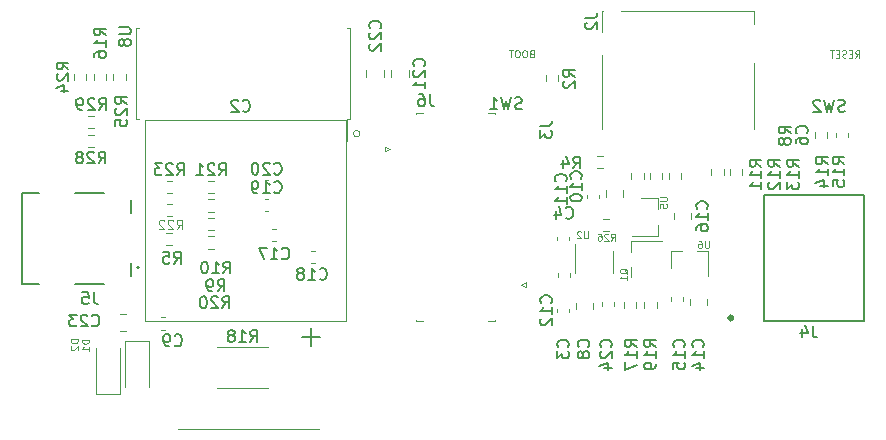
<source format=gbr>
G04 #@! TF.GenerationSoftware,KiCad,Pcbnew,(5.1.8)-1*
G04 #@! TF.CreationDate,2021-06-27T17:42:15+01:00*
G04 #@! TF.ProjectId,schem_1,73636865-6d5f-4312-9e6b-696361645f70,rev?*
G04 #@! TF.SameCoordinates,Original*
G04 #@! TF.FileFunction,Legend,Bot*
G04 #@! TF.FilePolarity,Positive*
%FSLAX46Y46*%
G04 Gerber Fmt 4.6, Leading zero omitted, Abs format (unit mm)*
G04 Created by KiCad (PCBNEW (5.1.8)-1) date 2021-06-27 17:42:15*
%MOMM*%
%LPD*%
G01*
G04 APERTURE LIST*
%ADD10C,0.120000*%
%ADD11C,0.100000*%
%ADD12C,0.200000*%
%ADD13C,0.254000*%
%ADD14C,0.127000*%
%ADD15C,0.160000*%
%ADD16C,0.150000*%
G04 APERTURE END LIST*
D10*
X84853861Y-7760200D02*
G75*
G03*
X84853861Y-7760200I-283981J0D01*
G01*
D11*
X99353165Y-979402D02*
X99267451Y-1007974D01*
X99238880Y-1036545D01*
X99210308Y-1093688D01*
X99210308Y-1179402D01*
X99238880Y-1236545D01*
X99267451Y-1265117D01*
X99324594Y-1293688D01*
X99553165Y-1293688D01*
X99553165Y-693688D01*
X99353165Y-693688D01*
X99296022Y-722260D01*
X99267451Y-750831D01*
X99238880Y-807974D01*
X99238880Y-865117D01*
X99267451Y-922260D01*
X99296022Y-950831D01*
X99353165Y-979402D01*
X99553165Y-979402D01*
X98838880Y-693688D02*
X98724594Y-693688D01*
X98667451Y-722260D01*
X98610308Y-779402D01*
X98581737Y-893688D01*
X98581737Y-1093688D01*
X98610308Y-1207974D01*
X98667451Y-1265117D01*
X98724594Y-1293688D01*
X98838880Y-1293688D01*
X98896022Y-1265117D01*
X98953165Y-1207974D01*
X98981737Y-1093688D01*
X98981737Y-893688D01*
X98953165Y-779402D01*
X98896022Y-722260D01*
X98838880Y-693688D01*
X98210308Y-693688D02*
X98096022Y-693688D01*
X98038880Y-722260D01*
X97981737Y-779402D01*
X97953165Y-893688D01*
X97953165Y-1093688D01*
X97981737Y-1207974D01*
X98038880Y-1265117D01*
X98096022Y-1293688D01*
X98210308Y-1293688D01*
X98267451Y-1265117D01*
X98324594Y-1207974D01*
X98353165Y-1093688D01*
X98353165Y-893688D01*
X98324594Y-779402D01*
X98267451Y-722260D01*
X98210308Y-693688D01*
X97781737Y-693688D02*
X97438880Y-693688D01*
X97610308Y-1293688D02*
X97610308Y-693688D01*
X126786428Y-1308928D02*
X126986428Y-1023214D01*
X127129285Y-1308928D02*
X127129285Y-708928D01*
X126900714Y-708928D01*
X126843571Y-737500D01*
X126815000Y-766071D01*
X126786428Y-823214D01*
X126786428Y-908928D01*
X126815000Y-966071D01*
X126843571Y-994642D01*
X126900714Y-1023214D01*
X127129285Y-1023214D01*
X126529285Y-994642D02*
X126329285Y-994642D01*
X126243571Y-1308928D02*
X126529285Y-1308928D01*
X126529285Y-708928D01*
X126243571Y-708928D01*
X126015000Y-1280357D02*
X125929285Y-1308928D01*
X125786428Y-1308928D01*
X125729285Y-1280357D01*
X125700714Y-1251785D01*
X125672142Y-1194642D01*
X125672142Y-1137500D01*
X125700714Y-1080357D01*
X125729285Y-1051785D01*
X125786428Y-1023214D01*
X125900714Y-994642D01*
X125957857Y-966071D01*
X125986428Y-937500D01*
X126015000Y-880357D01*
X126015000Y-823214D01*
X125986428Y-766071D01*
X125957857Y-737500D01*
X125900714Y-708928D01*
X125757857Y-708928D01*
X125672142Y-737500D01*
X125415000Y-994642D02*
X125215000Y-994642D01*
X125129285Y-1308928D02*
X125415000Y-1308928D01*
X125415000Y-708928D01*
X125129285Y-708928D01*
X124957857Y-708928D02*
X124615000Y-708928D01*
X124786428Y-1308928D02*
X124786428Y-708928D01*
D12*
G04 #@! TO.C,J4*
X127522280Y-23639460D02*
X127522280Y-12929460D01*
X119022280Y-12929460D02*
X127522280Y-12929460D01*
X119022280Y-23639460D02*
X127522280Y-23639460D01*
X119022280Y-23639460D02*
X119022280Y-12929460D01*
D13*
X116396889Y-23364460D02*
G75*
G03*
X116396889Y-23364460I-179609J0D01*
G01*
D10*
G04 #@! TO.C,J3*
X96315480Y-23513460D02*
X96315480Y-23623460D01*
X96315480Y-23623460D02*
X95715480Y-23623460D01*
X96315480Y-6083460D02*
X96315480Y-5973460D01*
X96315480Y-5973460D02*
X95715480Y-5973460D01*
X98905480Y-20748460D02*
X98505480Y-20548460D01*
X98505480Y-20548460D02*
X98905480Y-20348460D01*
X98905480Y-20348460D02*
X98905480Y-20748460D01*
G04 #@! TO.C,J2*
X105426700Y2650540D02*
X105316700Y2650540D01*
X118186700Y1490540D02*
X118186700Y2650540D01*
X118186700Y2650540D02*
X106926700Y2650540D01*
X105316700Y2650540D02*
X105316700Y840540D01*
X118186700Y-1759460D02*
X118186700Y-7359460D01*
X105316700Y-1059460D02*
X105316700Y-7359460D01*
G04 #@! TO.C,C2*
X81347800Y-32743200D02*
X69409800Y-32743200D01*
X83633800Y-23581200D02*
X66633800Y-23581200D01*
X83633800Y-6581200D02*
X83633800Y-23581200D01*
X66633800Y-6581200D02*
X66633800Y-23581200D01*
X83633800Y-6581200D02*
X66633800Y-6581200D01*
G04 #@! TO.C,J6*
X89557800Y-6093640D02*
X89557800Y-5983640D01*
X89557800Y-5983640D02*
X90157800Y-5983640D01*
X89557800Y-23523640D02*
X89557800Y-23633640D01*
X89557800Y-23633640D02*
X90157800Y-23633640D01*
X86967800Y-8858640D02*
X87367800Y-9058640D01*
X87367800Y-9058640D02*
X86967800Y-9258640D01*
X86967800Y-9258640D02*
X86967800Y-8858640D01*
G04 #@! TO.C,R29*
X61829502Y-7285180D02*
X62304018Y-7285180D01*
X61829502Y-6240180D02*
X62304018Y-6240180D01*
G04 #@! TO.C,R28*
X61829502Y-8910780D02*
X62304018Y-8910780D01*
X61829502Y-7865780D02*
X62304018Y-7865780D01*
G04 #@! TO.C,R10*
X72018442Y-13300533D02*
X72492958Y-13300533D01*
X72018442Y-14345533D02*
X72492958Y-14345533D01*
G04 #@! TO.C,R9*
X72018442Y-14866866D02*
X72492958Y-14866866D01*
X72018442Y-15911866D02*
X72492958Y-15911866D01*
G04 #@! TO.C,U8*
X83761100Y-6555400D02*
X83761100Y-8370400D01*
X84006100Y-6555400D02*
X83761100Y-6555400D01*
X84006100Y-2695400D02*
X84006100Y-6555400D01*
X84006100Y1164600D02*
X83761100Y1164600D01*
X84006100Y-2695400D02*
X84006100Y1164600D01*
X65886100Y-6555400D02*
X66131100Y-6555400D01*
X65886100Y-2695400D02*
X65886100Y-6555400D01*
X65886100Y1164600D02*
X66131100Y1164600D01*
X65886100Y-2695400D02*
X65886100Y1164600D01*
G04 #@! TO.C,U6*
X111157480Y-17673960D02*
X111157480Y-19133960D01*
X114317480Y-17673960D02*
X114317480Y-19833960D01*
X114317480Y-17673960D02*
X113387480Y-17673960D01*
X111157480Y-17673960D02*
X112087480Y-17673960D01*
G04 #@! TO.C,U5*
X110068480Y-13234460D02*
X108608480Y-13234460D01*
X110068480Y-16394460D02*
X107908480Y-16394460D01*
X110068480Y-16394460D02*
X110068480Y-15464460D01*
X110068480Y-13234460D02*
X110068480Y-14164460D01*
G04 #@! TO.C,U2*
X103062980Y-19524460D02*
X103062980Y-17074460D01*
X106282980Y-17724460D02*
X106282980Y-19524460D01*
G04 #@! TO.C,R26*
X105441062Y-16032920D02*
X105915578Y-16032920D01*
X105441062Y-14987920D02*
X105915578Y-14987920D01*
G04 #@! TO.C,R25*
X63962840Y-2715922D02*
X63962840Y-3190438D01*
X65007840Y-2715922D02*
X65007840Y-3190438D01*
G04 #@! TO.C,R24*
X60612580Y-2715922D02*
X60612580Y-3190438D01*
X61657580Y-2715922D02*
X61657580Y-3190438D01*
G04 #@! TO.C,R23*
X68961858Y-11721500D02*
X68487342Y-11721500D01*
X68961858Y-12766500D02*
X68487342Y-12766500D01*
G04 #@! TO.C,R22*
X68472602Y-14740080D02*
X68947118Y-14740080D01*
X68472602Y-13695080D02*
X68947118Y-13695080D01*
G04 #@! TO.C,R21*
X72492958Y-11734200D02*
X72018442Y-11734200D01*
X72492958Y-12779200D02*
X72018442Y-12779200D01*
G04 #@! TO.C,R20*
X72018442Y-17478200D02*
X72492958Y-17478200D01*
X72018442Y-16433200D02*
X72492958Y-16433200D01*
G04 #@! TO.C,R19*
X108912980Y-22481218D02*
X108912980Y-22006702D01*
X109957980Y-22481218D02*
X109957980Y-22006702D01*
G04 #@! TO.C,R18*
X77095864Y-29257500D02*
X72741736Y-29257500D01*
X77095864Y-25837500D02*
X72741736Y-25837500D01*
G04 #@! TO.C,R17*
X108243480Y-22006702D02*
X108243480Y-22481218D01*
X107198480Y-22006702D02*
X107198480Y-22481218D01*
G04 #@! TO.C,R16*
X62287710Y-2715922D02*
X62287710Y-3190438D01*
X63332710Y-2715922D02*
X63332710Y-3190438D01*
G04 #@! TO.C,R15*
X116149180Y-11229918D02*
X116149180Y-10755402D01*
X117194180Y-11229918D02*
X117194180Y-10755402D01*
G04 #@! TO.C,R14*
X114599780Y-11229918D02*
X114599780Y-10755402D01*
X115644780Y-11229918D02*
X115644780Y-10755402D01*
G04 #@! TO.C,R13*
X112040780Y-11584118D02*
X112040780Y-11109602D01*
X110995780Y-11584118D02*
X110995780Y-11109602D01*
G04 #@! TO.C,R12*
X110453280Y-11584618D02*
X110453280Y-11110102D01*
X109408280Y-11584618D02*
X109408280Y-11110102D01*
G04 #@! TO.C,R11*
X108865780Y-11584618D02*
X108865780Y-11110102D01*
X107820780Y-11584618D02*
X107820780Y-11110102D01*
G04 #@! TO.C,R8*
X123365580Y-8104318D02*
X123365580Y-7629802D01*
X124410580Y-8104318D02*
X124410580Y-7629802D01*
G04 #@! TO.C,R5*
X68911058Y-16166500D02*
X68436542Y-16166500D01*
X68911058Y-17211500D02*
X68436542Y-17211500D01*
G04 #@! TO.C,R4*
X105392338Y-10676060D02*
X104917822Y-10676060D01*
X105392338Y-9631060D02*
X104917822Y-9631060D01*
G04 #@! TO.C,R2*
X100607180Y-2816502D02*
X100607180Y-3291018D01*
X101652180Y-2816502D02*
X101652180Y-3291018D01*
G04 #@! TO.C,Q1*
X107823480Y-16833960D02*
X107823480Y-17783960D01*
X110423480Y-16833960D02*
X107823480Y-16833960D01*
X107823480Y-19083960D02*
X107823480Y-19883960D01*
G04 #@! TO.C,D2*
X64489660Y-29775640D02*
X62489660Y-29775640D01*
X62489660Y-29775640D02*
X62489660Y-25875640D01*
X64489660Y-29775640D02*
X64489660Y-25875640D01*
G04 #@! TO.C,D1*
X64991560Y-25275640D02*
X66991560Y-25275640D01*
X66991560Y-25275640D02*
X66991560Y-29175640D01*
X64991560Y-25275640D02*
X64991560Y-29175640D01*
G04 #@! TO.C,C24*
X106325980Y-22039880D02*
X106325980Y-22321040D01*
X105305980Y-22039880D02*
X105305980Y-22321040D01*
G04 #@! TO.C,C23*
X65043732Y-23010120D02*
X64521228Y-23010120D01*
X65043732Y-24480120D02*
X64521228Y-24480120D01*
G04 #@! TO.C,C22*
X86853520Y-2921872D02*
X86853520Y-2399368D01*
X85383520Y-2921872D02*
X85383520Y-2399368D01*
G04 #@! TO.C,C21*
X88961720Y-2921872D02*
X88961720Y-2399368D01*
X87491720Y-2921872D02*
X87491720Y-2399368D01*
G04 #@! TO.C,C20*
X77081780Y-11683200D02*
X76800620Y-11683200D01*
X77081780Y-12703200D02*
X76800620Y-12703200D01*
G04 #@! TO.C,C19*
X77081780Y-13253766D02*
X76800620Y-13253766D01*
X77081780Y-14273766D02*
X76800620Y-14273766D01*
G04 #@! TO.C,C18*
X80724920Y-18697600D02*
X81006080Y-18697600D01*
X80724920Y-17677600D02*
X81006080Y-17677600D01*
G04 #@! TO.C,C17*
X77714580Y-15840040D02*
X77433420Y-15840040D01*
X77714580Y-16860040D02*
X77433420Y-16860040D01*
G04 #@! TO.C,C16*
X111430980Y-15012212D02*
X111430980Y-14489708D01*
X112900980Y-15012212D02*
X112900980Y-14489708D01*
G04 #@! TO.C,C15*
X112167980Y-21608380D02*
X112167980Y-21889540D01*
X111147980Y-21608380D02*
X111147980Y-21889540D01*
G04 #@! TO.C,C14*
X114234480Y-21728708D02*
X114234480Y-22251212D01*
X112764480Y-21728708D02*
X112764480Y-22251212D01*
G04 #@! TO.C,C12*
X101572180Y-19575780D02*
X101572180Y-19856940D01*
X102592180Y-19575780D02*
X102592180Y-19856940D01*
G04 #@! TO.C,C11*
X104048680Y-13215140D02*
X104048680Y-12933980D01*
X105068680Y-13215140D02*
X105068680Y-12933980D01*
G04 #@! TO.C,C10*
X105677880Y-13084312D02*
X105677880Y-12561808D01*
X107147880Y-13084312D02*
X107147880Y-12561808D01*
G04 #@! TO.C,C9*
X68027460Y-24336400D02*
X68308620Y-24336400D01*
X68027460Y-23316400D02*
X68308620Y-23316400D01*
G04 #@! TO.C,C8*
X104582480Y-22109708D02*
X104582480Y-22632212D01*
X103112480Y-22109708D02*
X103112480Y-22632212D01*
G04 #@! TO.C,C6*
X126201480Y-7739980D02*
X126201480Y-8021140D01*
X125181480Y-7739980D02*
X125181480Y-8021140D01*
G04 #@! TO.C,C4*
X101559480Y-16464280D02*
X101559480Y-16745440D01*
X102579480Y-16464280D02*
X102579480Y-16745440D01*
G04 #@! TO.C,C3*
X102566780Y-22892840D02*
X102566780Y-22611680D01*
X101546780Y-22892840D02*
X101546780Y-22611680D01*
D14*
G04 #@! TO.C,J5*
X60687200Y-20458300D02*
X63167200Y-20458300D01*
X60687200Y-12738300D02*
X63167200Y-12738300D01*
X65417200Y-19808300D02*
X65417200Y-18698300D01*
X65417200Y-14498300D02*
X65417200Y-13388300D01*
X57687200Y-20458300D02*
X56217200Y-20458300D01*
X56217200Y-20458300D02*
X56217200Y-12738300D01*
X56217200Y-12738300D02*
X57687200Y-12738300D01*
D15*
X66147200Y-19098300D02*
G75*
G03*
X66147200Y-19098300I-80000J0D01*
G01*
G04 #@! TO.C,J4*
D16*
X123180013Y-24000480D02*
X123180013Y-24714766D01*
X123227632Y-24857623D01*
X123322870Y-24952861D01*
X123465727Y-25000480D01*
X123560965Y-25000480D01*
X122275251Y-24333814D02*
X122275251Y-25000480D01*
X122513346Y-23952861D02*
X122751441Y-24667147D01*
X122132394Y-24667147D01*
G04 #@! TO.C,J3*
X100094380Y-7099886D02*
X100808666Y-7099886D01*
X100951523Y-7052267D01*
X101046761Y-6957029D01*
X101094380Y-6814172D01*
X101094380Y-6718934D01*
X100094380Y-7480839D02*
X100094380Y-8099886D01*
X100475333Y-7766553D01*
X100475333Y-7909410D01*
X100522952Y-8004648D01*
X100570571Y-8052267D01*
X100665809Y-8099886D01*
X100903904Y-8099886D01*
X100999142Y-8052267D01*
X101046761Y-8004648D01*
X101094380Y-7909410D01*
X101094380Y-7623696D01*
X101046761Y-7528458D01*
X100999142Y-7480839D01*
G04 #@! TO.C,J2*
X103934860Y2079673D02*
X104649146Y2079673D01*
X104792003Y2127292D01*
X104887241Y2222530D01*
X104934860Y2365387D01*
X104934860Y2460625D01*
X104030099Y1651101D02*
X103982480Y1603482D01*
X103934860Y1508244D01*
X103934860Y1270149D01*
X103982480Y1174911D01*
X104030099Y1127292D01*
X104125337Y1079673D01*
X104220575Y1079673D01*
X104363432Y1127292D01*
X104934860Y1698720D01*
X104934860Y1079673D01*
G04 #@! TO.C,SW1*
X98536173Y-5643421D02*
X98393316Y-5691040D01*
X98155220Y-5691040D01*
X98059982Y-5643421D01*
X98012363Y-5595802D01*
X97964744Y-5500564D01*
X97964744Y-5405326D01*
X98012363Y-5310088D01*
X98059982Y-5262469D01*
X98155220Y-5214850D01*
X98345697Y-5167231D01*
X98440935Y-5119612D01*
X98488554Y-5071993D01*
X98536173Y-4976755D01*
X98536173Y-4881517D01*
X98488554Y-4786279D01*
X98440935Y-4738660D01*
X98345697Y-4691040D01*
X98107601Y-4691040D01*
X97964744Y-4738660D01*
X97631411Y-4691040D02*
X97393316Y-5691040D01*
X97202840Y-4976755D01*
X97012363Y-5691040D01*
X96774268Y-4691040D01*
X95869506Y-5691040D02*
X96440935Y-5691040D01*
X96155220Y-5691040D02*
X96155220Y-4691040D01*
X96250459Y-4833898D01*
X96345697Y-4929136D01*
X96440935Y-4976755D01*
G04 #@! TO.C,C2*
X74910466Y-5795342D02*
X74958085Y-5842961D01*
X75100942Y-5890580D01*
X75196180Y-5890580D01*
X75339038Y-5842961D01*
X75434276Y-5747723D01*
X75481895Y-5652485D01*
X75529514Y-5462009D01*
X75529514Y-5319152D01*
X75481895Y-5128676D01*
X75434276Y-5033438D01*
X75339038Y-4938200D01*
X75196180Y-4890580D01*
X75100942Y-4890580D01*
X74958085Y-4938200D01*
X74910466Y-4985819D01*
X74529514Y-4985819D02*
X74481895Y-4938200D01*
X74386657Y-4890580D01*
X74148561Y-4890580D01*
X74053323Y-4938200D01*
X74005704Y-4985819D01*
X73958085Y-5081057D01*
X73958085Y-5176295D01*
X74005704Y-5319152D01*
X74577133Y-5890580D01*
X73958085Y-5890580D01*
X81474704Y-25012057D02*
X79950895Y-25012057D01*
X80712800Y-25773961D02*
X80712800Y-24250152D01*
G04 #@! TO.C,J6*
X90768073Y-4431280D02*
X90768073Y-5145566D01*
X90815692Y-5288423D01*
X90910930Y-5383661D01*
X91053787Y-5431280D01*
X91149025Y-5431280D01*
X89863311Y-4431280D02*
X90053787Y-4431280D01*
X90149025Y-4478900D01*
X90196644Y-4526519D01*
X90291882Y-4669376D01*
X90339501Y-4859852D01*
X90339501Y-5240804D01*
X90291882Y-5336042D01*
X90244263Y-5383661D01*
X90149025Y-5431280D01*
X89958549Y-5431280D01*
X89863311Y-5383661D01*
X89815692Y-5336042D01*
X89768073Y-5240804D01*
X89768073Y-5002709D01*
X89815692Y-4907471D01*
X89863311Y-4859852D01*
X89958549Y-4812233D01*
X90149025Y-4812233D01*
X90244263Y-4859852D01*
X90291882Y-4907471D01*
X90339501Y-5002709D01*
G04 #@! TO.C,R29*
X62743897Y-5751320D02*
X63077230Y-5275130D01*
X63315325Y-5751320D02*
X63315325Y-4751320D01*
X62934373Y-4751320D01*
X62839135Y-4798940D01*
X62791516Y-4846559D01*
X62743897Y-4941797D01*
X62743897Y-5084654D01*
X62791516Y-5179892D01*
X62839135Y-5227511D01*
X62934373Y-5275130D01*
X63315325Y-5275130D01*
X62362944Y-4846559D02*
X62315325Y-4798940D01*
X62220087Y-4751320D01*
X61981992Y-4751320D01*
X61886754Y-4798940D01*
X61839135Y-4846559D01*
X61791516Y-4941797D01*
X61791516Y-5037035D01*
X61839135Y-5179892D01*
X62410563Y-5751320D01*
X61791516Y-5751320D01*
X61315325Y-5751320D02*
X61124849Y-5751320D01*
X61029611Y-5703701D01*
X60981992Y-5656082D01*
X60886754Y-5513225D01*
X60839135Y-5322749D01*
X60839135Y-4941797D01*
X60886754Y-4846559D01*
X60934373Y-4798940D01*
X61029611Y-4751320D01*
X61220087Y-4751320D01*
X61315325Y-4798940D01*
X61362944Y-4846559D01*
X61410563Y-4941797D01*
X61410563Y-5179892D01*
X61362944Y-5275130D01*
X61315325Y-5322749D01*
X61220087Y-5370368D01*
X61029611Y-5370368D01*
X60934373Y-5322749D01*
X60886754Y-5275130D01*
X60839135Y-5179892D01*
G04 #@! TO.C,R28*
X62709617Y-10270660D02*
X63042950Y-9794470D01*
X63281045Y-10270660D02*
X63281045Y-9270660D01*
X62900093Y-9270660D01*
X62804855Y-9318280D01*
X62757236Y-9365899D01*
X62709617Y-9461137D01*
X62709617Y-9603994D01*
X62757236Y-9699232D01*
X62804855Y-9746851D01*
X62900093Y-9794470D01*
X63281045Y-9794470D01*
X62328664Y-9365899D02*
X62281045Y-9318280D01*
X62185807Y-9270660D01*
X61947712Y-9270660D01*
X61852474Y-9318280D01*
X61804855Y-9365899D01*
X61757236Y-9461137D01*
X61757236Y-9556375D01*
X61804855Y-9699232D01*
X62376283Y-10270660D01*
X61757236Y-10270660D01*
X61185807Y-9699232D02*
X61281045Y-9651613D01*
X61328664Y-9603994D01*
X61376283Y-9508756D01*
X61376283Y-9461137D01*
X61328664Y-9365899D01*
X61281045Y-9318280D01*
X61185807Y-9270660D01*
X60995331Y-9270660D01*
X60900093Y-9318280D01*
X60852474Y-9365899D01*
X60804855Y-9461137D01*
X60804855Y-9508756D01*
X60852474Y-9603994D01*
X60900093Y-9651613D01*
X60995331Y-9699232D01*
X61185807Y-9699232D01*
X61281045Y-9746851D01*
X61328664Y-9794470D01*
X61376283Y-9889708D01*
X61376283Y-10080184D01*
X61328664Y-10175422D01*
X61281045Y-10223041D01*
X61185807Y-10270660D01*
X60995331Y-10270660D01*
X60900093Y-10223041D01*
X60852474Y-10175422D01*
X60804855Y-10080184D01*
X60804855Y-9889708D01*
X60852474Y-9794470D01*
X60900093Y-9746851D01*
X60995331Y-9699232D01*
G04 #@! TO.C,R10*
X73287437Y-19584160D02*
X73620770Y-19107970D01*
X73858865Y-19584160D02*
X73858865Y-18584160D01*
X73477913Y-18584160D01*
X73382675Y-18631780D01*
X73335056Y-18679399D01*
X73287437Y-18774637D01*
X73287437Y-18917494D01*
X73335056Y-19012732D01*
X73382675Y-19060351D01*
X73477913Y-19107970D01*
X73858865Y-19107970D01*
X72335056Y-19584160D02*
X72906484Y-19584160D01*
X72620770Y-19584160D02*
X72620770Y-18584160D01*
X72716008Y-18727018D01*
X72811246Y-18822256D01*
X72906484Y-18869875D01*
X71716008Y-18584160D02*
X71620770Y-18584160D01*
X71525532Y-18631780D01*
X71477913Y-18679399D01*
X71430294Y-18774637D01*
X71382675Y-18965113D01*
X71382675Y-19203208D01*
X71430294Y-19393684D01*
X71477913Y-19488922D01*
X71525532Y-19536541D01*
X71620770Y-19584160D01*
X71716008Y-19584160D01*
X71811246Y-19536541D01*
X71858865Y-19488922D01*
X71906484Y-19393684D01*
X71954103Y-19203208D01*
X71954103Y-18965113D01*
X71906484Y-18774637D01*
X71858865Y-18679399D01*
X71811246Y-18631780D01*
X71716008Y-18584160D01*
G04 #@! TO.C,R9*
X72796006Y-21092920D02*
X73129340Y-20616730D01*
X73367435Y-21092920D02*
X73367435Y-20092920D01*
X72986482Y-20092920D01*
X72891244Y-20140540D01*
X72843625Y-20188159D01*
X72796006Y-20283397D01*
X72796006Y-20426254D01*
X72843625Y-20521492D01*
X72891244Y-20569111D01*
X72986482Y-20616730D01*
X73367435Y-20616730D01*
X72319816Y-21092920D02*
X72129340Y-21092920D01*
X72034101Y-21045301D01*
X71986482Y-20997682D01*
X71891244Y-20854825D01*
X71843625Y-20664349D01*
X71843625Y-20283397D01*
X71891244Y-20188159D01*
X71938863Y-20140540D01*
X72034101Y-20092920D01*
X72224578Y-20092920D01*
X72319816Y-20140540D01*
X72367435Y-20188159D01*
X72415054Y-20283397D01*
X72415054Y-20521492D01*
X72367435Y-20616730D01*
X72319816Y-20664349D01*
X72224578Y-20711968D01*
X72034101Y-20711968D01*
X71938863Y-20664349D01*
X71891244Y-20616730D01*
X71843625Y-20521492D01*
G04 #@! TO.C,U8*
X64433780Y1241464D02*
X65243304Y1241464D01*
X65338542Y1193845D01*
X65386161Y1146226D01*
X65433780Y1050988D01*
X65433780Y860512D01*
X65386161Y765274D01*
X65338542Y717655D01*
X65243304Y670036D01*
X64433780Y670036D01*
X64862352Y50988D02*
X64814733Y146226D01*
X64767114Y193845D01*
X64671876Y241464D01*
X64624257Y241464D01*
X64529019Y193845D01*
X64481400Y146226D01*
X64433780Y50988D01*
X64433780Y-139487D01*
X64481400Y-234725D01*
X64529019Y-282344D01*
X64624257Y-329963D01*
X64671876Y-329963D01*
X64767114Y-282344D01*
X64814733Y-234725D01*
X64862352Y-139487D01*
X64862352Y50988D01*
X64909971Y146226D01*
X64957590Y193845D01*
X65052828Y241464D01*
X65243304Y241464D01*
X65338542Y193845D01*
X65386161Y146226D01*
X65433780Y50988D01*
X65433780Y-139487D01*
X65386161Y-234725D01*
X65338542Y-282344D01*
X65243304Y-329963D01*
X65052828Y-329963D01*
X64957590Y-282344D01*
X64909971Y-234725D01*
X64862352Y-139487D01*
G04 #@! TO.C,U6*
D11*
X114393502Y-16832848D02*
X114393502Y-17318562D01*
X114364931Y-17375705D01*
X114336360Y-17404277D01*
X114279217Y-17432848D01*
X114164931Y-17432848D01*
X114107788Y-17404277D01*
X114079217Y-17375705D01*
X114050645Y-17318562D01*
X114050645Y-16832848D01*
X113507788Y-16832848D02*
X113622074Y-16832848D01*
X113679217Y-16861420D01*
X113707788Y-16889991D01*
X113764931Y-16975705D01*
X113793502Y-17089991D01*
X113793502Y-17318562D01*
X113764931Y-17375705D01*
X113736360Y-17404277D01*
X113679217Y-17432848D01*
X113564931Y-17432848D01*
X113507788Y-17404277D01*
X113479217Y-17375705D01*
X113450645Y-17318562D01*
X113450645Y-17175705D01*
X113479217Y-17118562D01*
X113507788Y-17089991D01*
X113564931Y-17061420D01*
X113679217Y-17061420D01*
X113736360Y-17089991D01*
X113764931Y-17118562D01*
X113793502Y-17175705D01*
G04 #@! TO.C,U5*
X110244828Y-13117797D02*
X110730542Y-13117797D01*
X110787685Y-13146368D01*
X110816257Y-13174940D01*
X110844828Y-13232082D01*
X110844828Y-13346368D01*
X110816257Y-13403511D01*
X110787685Y-13432082D01*
X110730542Y-13460654D01*
X110244828Y-13460654D01*
X110244828Y-14032082D02*
X110244828Y-13746368D01*
X110530542Y-13717797D01*
X110501971Y-13746368D01*
X110473400Y-13803511D01*
X110473400Y-13946368D01*
X110501971Y-14003511D01*
X110530542Y-14032082D01*
X110587685Y-14060654D01*
X110730542Y-14060654D01*
X110787685Y-14032082D01*
X110816257Y-14003511D01*
X110844828Y-13946368D01*
X110844828Y-13803511D01*
X110816257Y-13746368D01*
X110787685Y-13717797D01*
G04 #@! TO.C,U2*
X104167462Y-16030208D02*
X104167462Y-16515922D01*
X104138891Y-16573065D01*
X104110320Y-16601637D01*
X104053177Y-16630208D01*
X103938891Y-16630208D01*
X103881748Y-16601637D01*
X103853177Y-16573065D01*
X103824605Y-16515922D01*
X103824605Y-16030208D01*
X103567462Y-16087351D02*
X103538891Y-16058780D01*
X103481748Y-16030208D01*
X103338891Y-16030208D01*
X103281748Y-16058780D01*
X103253177Y-16087351D01*
X103224605Y-16144494D01*
X103224605Y-16201637D01*
X103253177Y-16287351D01*
X103596034Y-16630208D01*
X103224605Y-16630208D01*
G04 #@! TO.C,R26*
X106107714Y-16828328D02*
X106307714Y-16542614D01*
X106450571Y-16828328D02*
X106450571Y-16228328D01*
X106222000Y-16228328D01*
X106164857Y-16256900D01*
X106136285Y-16285471D01*
X106107714Y-16342614D01*
X106107714Y-16428328D01*
X106136285Y-16485471D01*
X106164857Y-16514042D01*
X106222000Y-16542614D01*
X106450571Y-16542614D01*
X105879142Y-16285471D02*
X105850571Y-16256900D01*
X105793428Y-16228328D01*
X105650571Y-16228328D01*
X105593428Y-16256900D01*
X105564857Y-16285471D01*
X105536285Y-16342614D01*
X105536285Y-16399757D01*
X105564857Y-16485471D01*
X105907714Y-16828328D01*
X105536285Y-16828328D01*
X105022000Y-16228328D02*
X105136285Y-16228328D01*
X105193428Y-16256900D01*
X105222000Y-16285471D01*
X105279142Y-16371185D01*
X105307714Y-16485471D01*
X105307714Y-16714042D01*
X105279142Y-16771185D01*
X105250571Y-16799757D01*
X105193428Y-16828328D01*
X105079142Y-16828328D01*
X105022000Y-16799757D01*
X104993428Y-16771185D01*
X104964857Y-16714042D01*
X104964857Y-16571185D01*
X104993428Y-16514042D01*
X105022000Y-16485471D01*
X105079142Y-16456900D01*
X105193428Y-16456900D01*
X105250571Y-16485471D01*
X105279142Y-16514042D01*
X105307714Y-16571185D01*
G04 #@! TO.C,R25*
D16*
X65113740Y-5235202D02*
X64637550Y-4901869D01*
X65113740Y-4663774D02*
X64113740Y-4663774D01*
X64113740Y-5044726D01*
X64161360Y-5139964D01*
X64208979Y-5187583D01*
X64304217Y-5235202D01*
X64447074Y-5235202D01*
X64542312Y-5187583D01*
X64589931Y-5139964D01*
X64637550Y-5044726D01*
X64637550Y-4663774D01*
X64208979Y-5616155D02*
X64161360Y-5663774D01*
X64113740Y-5759012D01*
X64113740Y-5997107D01*
X64161360Y-6092345D01*
X64208979Y-6139964D01*
X64304217Y-6187583D01*
X64399455Y-6187583D01*
X64542312Y-6139964D01*
X65113740Y-5568536D01*
X65113740Y-6187583D01*
X64113740Y-7092345D02*
X64113740Y-6616155D01*
X64589931Y-6568536D01*
X64542312Y-6616155D01*
X64494693Y-6711393D01*
X64494693Y-6949488D01*
X64542312Y-7044726D01*
X64589931Y-7092345D01*
X64685169Y-7139964D01*
X64923264Y-7139964D01*
X65018502Y-7092345D01*
X65066121Y-7044726D01*
X65113740Y-6949488D01*
X65113740Y-6711393D01*
X65066121Y-6616155D01*
X65018502Y-6568536D01*
G04 #@! TO.C,R24*
X60157460Y-2310322D02*
X59681270Y-1976989D01*
X60157460Y-1738894D02*
X59157460Y-1738894D01*
X59157460Y-2119846D01*
X59205080Y-2215084D01*
X59252699Y-2262703D01*
X59347937Y-2310322D01*
X59490794Y-2310322D01*
X59586032Y-2262703D01*
X59633651Y-2215084D01*
X59681270Y-2119846D01*
X59681270Y-1738894D01*
X59252699Y-2691275D02*
X59205080Y-2738894D01*
X59157460Y-2834132D01*
X59157460Y-3072227D01*
X59205080Y-3167465D01*
X59252699Y-3215084D01*
X59347937Y-3262703D01*
X59443175Y-3262703D01*
X59586032Y-3215084D01*
X60157460Y-2643656D01*
X60157460Y-3262703D01*
X59490794Y-4119846D02*
X60157460Y-4119846D01*
X59109841Y-3881751D02*
X59824127Y-3643656D01*
X59824127Y-4262703D01*
G04 #@! TO.C,R23*
X69367457Y-11266380D02*
X69700790Y-10790190D01*
X69938885Y-11266380D02*
X69938885Y-10266380D01*
X69557933Y-10266380D01*
X69462695Y-10314000D01*
X69415076Y-10361619D01*
X69367457Y-10456857D01*
X69367457Y-10599714D01*
X69415076Y-10694952D01*
X69462695Y-10742571D01*
X69557933Y-10790190D01*
X69938885Y-10790190D01*
X68986504Y-10361619D02*
X68938885Y-10314000D01*
X68843647Y-10266380D01*
X68605552Y-10266380D01*
X68510314Y-10314000D01*
X68462695Y-10361619D01*
X68415076Y-10456857D01*
X68415076Y-10552095D01*
X68462695Y-10694952D01*
X69034123Y-11266380D01*
X68415076Y-11266380D01*
X68081742Y-10266380D02*
X67462695Y-10266380D01*
X67796028Y-10647333D01*
X67653171Y-10647333D01*
X67557933Y-10694952D01*
X67510314Y-10742571D01*
X67462695Y-10837809D01*
X67462695Y-11075904D01*
X67510314Y-11171142D01*
X67557933Y-11218761D01*
X67653171Y-11266380D01*
X67938885Y-11266380D01*
X68034123Y-11218761D01*
X68081742Y-11171142D01*
G04 #@! TO.C,R22*
D11*
X69318385Y-15856404D02*
X69585052Y-15475452D01*
X69775528Y-15856404D02*
X69775528Y-15056404D01*
X69470766Y-15056404D01*
X69394576Y-15094500D01*
X69356480Y-15132595D01*
X69318385Y-15208785D01*
X69318385Y-15323071D01*
X69356480Y-15399261D01*
X69394576Y-15437357D01*
X69470766Y-15475452D01*
X69775528Y-15475452D01*
X69013623Y-15132595D02*
X68975528Y-15094500D01*
X68899338Y-15056404D01*
X68708861Y-15056404D01*
X68632671Y-15094500D01*
X68594576Y-15132595D01*
X68556480Y-15208785D01*
X68556480Y-15284976D01*
X68594576Y-15399261D01*
X69051719Y-15856404D01*
X68556480Y-15856404D01*
X68251719Y-15132595D02*
X68213623Y-15094500D01*
X68137433Y-15056404D01*
X67946957Y-15056404D01*
X67870766Y-15094500D01*
X67832671Y-15132595D01*
X67794576Y-15208785D01*
X67794576Y-15284976D01*
X67832671Y-15399261D01*
X68289814Y-15856404D01*
X67794576Y-15856404D01*
G04 #@! TO.C,R21*
D16*
X72898557Y-11279080D02*
X73231890Y-10802890D01*
X73469985Y-11279080D02*
X73469985Y-10279080D01*
X73089033Y-10279080D01*
X72993795Y-10326700D01*
X72946176Y-10374319D01*
X72898557Y-10469557D01*
X72898557Y-10612414D01*
X72946176Y-10707652D01*
X72993795Y-10755271D01*
X73089033Y-10802890D01*
X73469985Y-10802890D01*
X72517604Y-10374319D02*
X72469985Y-10326700D01*
X72374747Y-10279080D01*
X72136652Y-10279080D01*
X72041414Y-10326700D01*
X71993795Y-10374319D01*
X71946176Y-10469557D01*
X71946176Y-10564795D01*
X71993795Y-10707652D01*
X72565223Y-11279080D01*
X71946176Y-11279080D01*
X70993795Y-11279080D02*
X71565223Y-11279080D01*
X71279509Y-11279080D02*
X71279509Y-10279080D01*
X71374747Y-10421938D01*
X71469985Y-10517176D01*
X71565223Y-10564795D01*
G04 #@! TO.C,R20*
X73195997Y-22522940D02*
X73529330Y-22046750D01*
X73767425Y-22522940D02*
X73767425Y-21522940D01*
X73386473Y-21522940D01*
X73291235Y-21570560D01*
X73243616Y-21618179D01*
X73195997Y-21713417D01*
X73195997Y-21856274D01*
X73243616Y-21951512D01*
X73291235Y-21999131D01*
X73386473Y-22046750D01*
X73767425Y-22046750D01*
X72815044Y-21618179D02*
X72767425Y-21570560D01*
X72672187Y-21522940D01*
X72434092Y-21522940D01*
X72338854Y-21570560D01*
X72291235Y-21618179D01*
X72243616Y-21713417D01*
X72243616Y-21808655D01*
X72291235Y-21951512D01*
X72862663Y-22522940D01*
X72243616Y-22522940D01*
X71624568Y-21522940D02*
X71529330Y-21522940D01*
X71434092Y-21570560D01*
X71386473Y-21618179D01*
X71338854Y-21713417D01*
X71291235Y-21903893D01*
X71291235Y-22141988D01*
X71338854Y-22332464D01*
X71386473Y-22427702D01*
X71434092Y-22475321D01*
X71529330Y-22522940D01*
X71624568Y-22522940D01*
X71719806Y-22475321D01*
X71767425Y-22427702D01*
X71815044Y-22332464D01*
X71862663Y-22141988D01*
X71862663Y-21903893D01*
X71815044Y-21713417D01*
X71767425Y-21618179D01*
X71719806Y-21570560D01*
X71624568Y-21522940D01*
G04 #@! TO.C,R19*
X109892940Y-25813632D02*
X109416750Y-25480299D01*
X109892940Y-25242204D02*
X108892940Y-25242204D01*
X108892940Y-25623156D01*
X108940560Y-25718394D01*
X108988179Y-25766013D01*
X109083417Y-25813632D01*
X109226274Y-25813632D01*
X109321512Y-25766013D01*
X109369131Y-25718394D01*
X109416750Y-25623156D01*
X109416750Y-25242204D01*
X109892940Y-26766013D02*
X109892940Y-26194585D01*
X109892940Y-26480299D02*
X108892940Y-26480299D01*
X109035798Y-26385061D01*
X109131036Y-26289823D01*
X109178655Y-26194585D01*
X109892940Y-27242204D02*
X109892940Y-27432680D01*
X109845321Y-27527918D01*
X109797702Y-27575537D01*
X109654845Y-27670775D01*
X109464369Y-27718394D01*
X109083417Y-27718394D01*
X108988179Y-27670775D01*
X108940560Y-27623156D01*
X108892940Y-27527918D01*
X108892940Y-27337442D01*
X108940560Y-27242204D01*
X108988179Y-27194585D01*
X109083417Y-27146966D01*
X109321512Y-27146966D01*
X109416750Y-27194585D01*
X109464369Y-27242204D01*
X109511988Y-27337442D01*
X109511988Y-27527918D01*
X109464369Y-27623156D01*
X109416750Y-27670775D01*
X109321512Y-27718394D01*
G04 #@! TO.C,R18*
X75561657Y-25379880D02*
X75894990Y-24903690D01*
X76133085Y-25379880D02*
X76133085Y-24379880D01*
X75752133Y-24379880D01*
X75656895Y-24427500D01*
X75609276Y-24475119D01*
X75561657Y-24570357D01*
X75561657Y-24713214D01*
X75609276Y-24808452D01*
X75656895Y-24856071D01*
X75752133Y-24903690D01*
X76133085Y-24903690D01*
X74609276Y-25379880D02*
X75180704Y-25379880D01*
X74894990Y-25379880D02*
X74894990Y-24379880D01*
X74990228Y-24522738D01*
X75085466Y-24617976D01*
X75180704Y-24665595D01*
X74037847Y-24808452D02*
X74133085Y-24760833D01*
X74180704Y-24713214D01*
X74228323Y-24617976D01*
X74228323Y-24570357D01*
X74180704Y-24475119D01*
X74133085Y-24427500D01*
X74037847Y-24379880D01*
X73847371Y-24379880D01*
X73752133Y-24427500D01*
X73704514Y-24475119D01*
X73656895Y-24570357D01*
X73656895Y-24617976D01*
X73704514Y-24713214D01*
X73752133Y-24760833D01*
X73847371Y-24808452D01*
X74037847Y-24808452D01*
X74133085Y-24856071D01*
X74180704Y-24903690D01*
X74228323Y-24998928D01*
X74228323Y-25189404D01*
X74180704Y-25284642D01*
X74133085Y-25332261D01*
X74037847Y-25379880D01*
X73847371Y-25379880D01*
X73752133Y-25332261D01*
X73704514Y-25284642D01*
X73656895Y-25189404D01*
X73656895Y-24998928D01*
X73704514Y-24903690D01*
X73752133Y-24856071D01*
X73847371Y-24808452D01*
G04 #@! TO.C,R17*
X108257180Y-25813632D02*
X107780990Y-25480299D01*
X108257180Y-25242204D02*
X107257180Y-25242204D01*
X107257180Y-25623156D01*
X107304800Y-25718394D01*
X107352419Y-25766013D01*
X107447657Y-25813632D01*
X107590514Y-25813632D01*
X107685752Y-25766013D01*
X107733371Y-25718394D01*
X107780990Y-25623156D01*
X107780990Y-25242204D01*
X108257180Y-26766013D02*
X108257180Y-26194585D01*
X108257180Y-26480299D02*
X107257180Y-26480299D01*
X107400038Y-26385061D01*
X107495276Y-26289823D01*
X107542895Y-26194585D01*
X107257180Y-27099347D02*
X107257180Y-27766013D01*
X108257180Y-27337442D01*
G04 #@! TO.C,R16*
X63330660Y568697D02*
X62854470Y902030D01*
X63330660Y1140125D02*
X62330660Y1140125D01*
X62330660Y759173D01*
X62378280Y663935D01*
X62425899Y616316D01*
X62521137Y568697D01*
X62663994Y568697D01*
X62759232Y616316D01*
X62806851Y663935D01*
X62854470Y759173D01*
X62854470Y1140125D01*
X63330660Y-383683D02*
X63330660Y187744D01*
X63330660Y-97969D02*
X62330660Y-97969D01*
X62473518Y-2731D01*
X62568756Y92506D01*
X62616375Y187744D01*
X62330660Y-1240826D02*
X62330660Y-1050350D01*
X62378280Y-955112D01*
X62425899Y-907493D01*
X62568756Y-812255D01*
X62759232Y-764636D01*
X63140184Y-764636D01*
X63235422Y-812255D01*
X63283041Y-859874D01*
X63330660Y-955112D01*
X63330660Y-1145588D01*
X63283041Y-1240826D01*
X63235422Y-1288445D01*
X63140184Y-1336064D01*
X62902089Y-1336064D01*
X62806851Y-1288445D01*
X62759232Y-1240826D01*
X62711613Y-1145588D01*
X62711613Y-955112D01*
X62759232Y-859874D01*
X62806851Y-812255D01*
X62902089Y-764636D01*
G04 #@! TO.C,R15*
X125851500Y-10339642D02*
X125375310Y-10006309D01*
X125851500Y-9768214D02*
X124851500Y-9768214D01*
X124851500Y-10149166D01*
X124899120Y-10244404D01*
X124946739Y-10292023D01*
X125041977Y-10339642D01*
X125184834Y-10339642D01*
X125280072Y-10292023D01*
X125327691Y-10244404D01*
X125375310Y-10149166D01*
X125375310Y-9768214D01*
X125851500Y-11292023D02*
X125851500Y-10720595D01*
X125851500Y-11006309D02*
X124851500Y-11006309D01*
X124994358Y-10911071D01*
X125089596Y-10815833D01*
X125137215Y-10720595D01*
X124851500Y-12196785D02*
X124851500Y-11720595D01*
X125327691Y-11672976D01*
X125280072Y-11720595D01*
X125232453Y-11815833D01*
X125232453Y-12053928D01*
X125280072Y-12149166D01*
X125327691Y-12196785D01*
X125422929Y-12244404D01*
X125661024Y-12244404D01*
X125756262Y-12196785D01*
X125803881Y-12149166D01*
X125851500Y-12053928D01*
X125851500Y-11815833D01*
X125803881Y-11720595D01*
X125756262Y-11672976D01*
G04 #@! TO.C,R14*
X124446880Y-10340142D02*
X123970690Y-10006809D01*
X124446880Y-9768714D02*
X123446880Y-9768714D01*
X123446880Y-10149666D01*
X123494500Y-10244904D01*
X123542119Y-10292523D01*
X123637357Y-10340142D01*
X123780214Y-10340142D01*
X123875452Y-10292523D01*
X123923071Y-10244904D01*
X123970690Y-10149666D01*
X123970690Y-9768714D01*
X124446880Y-11292523D02*
X124446880Y-10721095D01*
X124446880Y-11006809D02*
X123446880Y-11006809D01*
X123589738Y-10911571D01*
X123684976Y-10816333D01*
X123732595Y-10721095D01*
X123780214Y-12149666D02*
X124446880Y-12149666D01*
X123399261Y-11911571D02*
X124113547Y-11673476D01*
X124113547Y-12292523D01*
G04 #@! TO.C,R13*
X122001100Y-10551602D02*
X121524910Y-10218269D01*
X122001100Y-9980174D02*
X121001100Y-9980174D01*
X121001100Y-10361126D01*
X121048720Y-10456364D01*
X121096339Y-10503983D01*
X121191577Y-10551602D01*
X121334434Y-10551602D01*
X121429672Y-10503983D01*
X121477291Y-10456364D01*
X121524910Y-10361126D01*
X121524910Y-9980174D01*
X122001100Y-11503983D02*
X122001100Y-10932555D01*
X122001100Y-11218269D02*
X121001100Y-11218269D01*
X121143958Y-11123031D01*
X121239196Y-11027793D01*
X121286815Y-10932555D01*
X121001100Y-11837317D02*
X121001100Y-12456364D01*
X121382053Y-12123031D01*
X121382053Y-12265888D01*
X121429672Y-12361126D01*
X121477291Y-12408745D01*
X121572529Y-12456364D01*
X121810624Y-12456364D01*
X121905862Y-12408745D01*
X121953481Y-12361126D01*
X122001100Y-12265888D01*
X122001100Y-11980174D01*
X121953481Y-11884936D01*
X121905862Y-11837317D01*
G04 #@! TO.C,R12*
X120413600Y-10552102D02*
X119937410Y-10218769D01*
X120413600Y-9980674D02*
X119413600Y-9980674D01*
X119413600Y-10361626D01*
X119461220Y-10456864D01*
X119508839Y-10504483D01*
X119604077Y-10552102D01*
X119746934Y-10552102D01*
X119842172Y-10504483D01*
X119889791Y-10456864D01*
X119937410Y-10361626D01*
X119937410Y-9980674D01*
X120413600Y-11504483D02*
X120413600Y-10933055D01*
X120413600Y-11218769D02*
X119413600Y-11218769D01*
X119556458Y-11123531D01*
X119651696Y-11028293D01*
X119699315Y-10933055D01*
X119508839Y-11885436D02*
X119461220Y-11933055D01*
X119413600Y-12028293D01*
X119413600Y-12266388D01*
X119461220Y-12361626D01*
X119508839Y-12409245D01*
X119604077Y-12456864D01*
X119699315Y-12456864D01*
X119842172Y-12409245D01*
X120413600Y-11837817D01*
X120413600Y-12456864D01*
G04 #@! TO.C,R11*
X118826100Y-10552102D02*
X118349910Y-10218769D01*
X118826100Y-9980674D02*
X117826100Y-9980674D01*
X117826100Y-10361626D01*
X117873720Y-10456864D01*
X117921339Y-10504483D01*
X118016577Y-10552102D01*
X118159434Y-10552102D01*
X118254672Y-10504483D01*
X118302291Y-10456864D01*
X118349910Y-10361626D01*
X118349910Y-9980674D01*
X118826100Y-11504483D02*
X118826100Y-10933055D01*
X118826100Y-11218769D02*
X117826100Y-11218769D01*
X117968958Y-11123531D01*
X118064196Y-11028293D01*
X118111815Y-10933055D01*
X118826100Y-12456864D02*
X118826100Y-11885436D01*
X118826100Y-12171150D02*
X117826100Y-12171150D01*
X117968958Y-12075912D01*
X118064196Y-11980674D01*
X118111815Y-11885436D01*
G04 #@! TO.C,R8*
X121312780Y-7733913D02*
X120836590Y-7400580D01*
X121312780Y-7162484D02*
X120312780Y-7162484D01*
X120312780Y-7543437D01*
X120360400Y-7638675D01*
X120408019Y-7686294D01*
X120503257Y-7733913D01*
X120646114Y-7733913D01*
X120741352Y-7686294D01*
X120788971Y-7638675D01*
X120836590Y-7543437D01*
X120836590Y-7162484D01*
X120741352Y-8305341D02*
X120693733Y-8210103D01*
X120646114Y-8162484D01*
X120550876Y-8114865D01*
X120503257Y-8114865D01*
X120408019Y-8162484D01*
X120360400Y-8210103D01*
X120312780Y-8305341D01*
X120312780Y-8495818D01*
X120360400Y-8591056D01*
X120408019Y-8638675D01*
X120503257Y-8686294D01*
X120550876Y-8686294D01*
X120646114Y-8638675D01*
X120693733Y-8591056D01*
X120741352Y-8495818D01*
X120741352Y-8305341D01*
X120788971Y-8210103D01*
X120836590Y-8162484D01*
X120931828Y-8114865D01*
X121122304Y-8114865D01*
X121217542Y-8162484D01*
X121265161Y-8210103D01*
X121312780Y-8305341D01*
X121312780Y-8495818D01*
X121265161Y-8591056D01*
X121217542Y-8638675D01*
X121122304Y-8686294D01*
X120931828Y-8686294D01*
X120836590Y-8638675D01*
X120788971Y-8591056D01*
X120741352Y-8495818D01*
G04 #@! TO.C,R5*
X69092686Y-18756120D02*
X69426020Y-18279930D01*
X69664115Y-18756120D02*
X69664115Y-17756120D01*
X69283162Y-17756120D01*
X69187924Y-17803740D01*
X69140305Y-17851359D01*
X69092686Y-17946597D01*
X69092686Y-18089454D01*
X69140305Y-18184692D01*
X69187924Y-18232311D01*
X69283162Y-18279930D01*
X69664115Y-18279930D01*
X68187924Y-17756120D02*
X68664115Y-17756120D01*
X68711734Y-18232311D01*
X68664115Y-18184692D01*
X68568877Y-18137073D01*
X68330781Y-18137073D01*
X68235543Y-18184692D01*
X68187924Y-18232311D01*
X68140305Y-18327549D01*
X68140305Y-18565644D01*
X68187924Y-18660882D01*
X68235543Y-18708501D01*
X68330781Y-18756120D01*
X68568877Y-18756120D01*
X68664115Y-18708501D01*
X68711734Y-18660882D01*
G04 #@! TO.C,R4*
X102896546Y-10689760D02*
X103229880Y-10213570D01*
X103467975Y-10689760D02*
X103467975Y-9689760D01*
X103087022Y-9689760D01*
X102991784Y-9737380D01*
X102944165Y-9784999D01*
X102896546Y-9880237D01*
X102896546Y-10023094D01*
X102944165Y-10118332D01*
X102991784Y-10165951D01*
X103087022Y-10213570D01*
X103467975Y-10213570D01*
X102039403Y-10023094D02*
X102039403Y-10689760D01*
X102277499Y-9642141D02*
X102515594Y-10356427D01*
X101896546Y-10356427D01*
G04 #@! TO.C,R2*
X103050180Y-2938393D02*
X102573990Y-2605060D01*
X103050180Y-2366964D02*
X102050180Y-2366964D01*
X102050180Y-2747917D01*
X102097800Y-2843155D01*
X102145419Y-2890774D01*
X102240657Y-2938393D01*
X102383514Y-2938393D01*
X102478752Y-2890774D01*
X102526371Y-2843155D01*
X102573990Y-2747917D01*
X102573990Y-2366964D01*
X102145419Y-3319345D02*
X102097800Y-3366964D01*
X102050180Y-3462202D01*
X102050180Y-3700298D01*
X102097800Y-3795536D01*
X102145419Y-3843155D01*
X102240657Y-3890774D01*
X102335895Y-3890774D01*
X102478752Y-3843155D01*
X103050180Y-3271726D01*
X103050180Y-3890774D01*
G04 #@! TO.C,Q1*
D11*
X107488211Y-19603637D02*
X107459640Y-19546494D01*
X107402497Y-19489351D01*
X107316782Y-19403637D01*
X107288211Y-19346494D01*
X107288211Y-19289351D01*
X107431068Y-19317922D02*
X107402497Y-19260780D01*
X107345354Y-19203637D01*
X107231068Y-19175065D01*
X107031068Y-19175065D01*
X106916782Y-19203637D01*
X106859640Y-19260780D01*
X106831068Y-19317922D01*
X106831068Y-19432208D01*
X106859640Y-19489351D01*
X106916782Y-19546494D01*
X107031068Y-19575065D01*
X107231068Y-19575065D01*
X107345354Y-19546494D01*
X107402497Y-19489351D01*
X107431068Y-19432208D01*
X107431068Y-19317922D01*
X107431068Y-20146494D02*
X107431068Y-19803637D01*
X107431068Y-19975065D02*
X106831068Y-19975065D01*
X106916782Y-19917922D01*
X106973925Y-19860780D01*
X107002497Y-19803637D01*
G04 #@! TO.C,D2*
X60937368Y-25176082D02*
X60337368Y-25176082D01*
X60337368Y-25318940D01*
X60365940Y-25404654D01*
X60423082Y-25461797D01*
X60480225Y-25490368D01*
X60594511Y-25518940D01*
X60680225Y-25518940D01*
X60794511Y-25490368D01*
X60851654Y-25461797D01*
X60908797Y-25404654D01*
X60937368Y-25318940D01*
X60937368Y-25176082D01*
X60394511Y-25747511D02*
X60365940Y-25776082D01*
X60337368Y-25833225D01*
X60337368Y-25976082D01*
X60365940Y-26033225D01*
X60394511Y-26061797D01*
X60451654Y-26090368D01*
X60508797Y-26090368D01*
X60594511Y-26061797D01*
X60937368Y-25718940D01*
X60937368Y-26090368D01*
G04 #@! TO.C,D1*
X61892408Y-25206562D02*
X61292408Y-25206562D01*
X61292408Y-25349420D01*
X61320980Y-25435134D01*
X61378122Y-25492277D01*
X61435265Y-25520848D01*
X61549551Y-25549420D01*
X61635265Y-25549420D01*
X61749551Y-25520848D01*
X61806694Y-25492277D01*
X61863837Y-25435134D01*
X61892408Y-25349420D01*
X61892408Y-25206562D01*
X61892408Y-26120848D02*
X61892408Y-25777991D01*
X61892408Y-25949420D02*
X61292408Y-25949420D01*
X61378122Y-25892277D01*
X61435265Y-25835134D01*
X61463837Y-25777991D01*
G04 #@! TO.C,C24*
D16*
X106068982Y-25813632D02*
X106116601Y-25766013D01*
X106164220Y-25623156D01*
X106164220Y-25527918D01*
X106116601Y-25385061D01*
X106021363Y-25289823D01*
X105926125Y-25242204D01*
X105735649Y-25194585D01*
X105592792Y-25194585D01*
X105402316Y-25242204D01*
X105307078Y-25289823D01*
X105211840Y-25385061D01*
X105164220Y-25527918D01*
X105164220Y-25623156D01*
X105211840Y-25766013D01*
X105259459Y-25813632D01*
X105259459Y-26194585D02*
X105211840Y-26242204D01*
X105164220Y-26337442D01*
X105164220Y-26575537D01*
X105211840Y-26670775D01*
X105259459Y-26718394D01*
X105354697Y-26766013D01*
X105449935Y-26766013D01*
X105592792Y-26718394D01*
X106164220Y-26146966D01*
X106164220Y-26766013D01*
X105497554Y-27623156D02*
X106164220Y-27623156D01*
X105116601Y-27385061D02*
X105830887Y-27146966D01*
X105830887Y-27766013D01*
G04 #@! TO.C,C23*
X62141917Y-23974562D02*
X62189536Y-24022181D01*
X62332393Y-24069800D01*
X62427631Y-24069800D01*
X62570488Y-24022181D01*
X62665726Y-23926943D01*
X62713345Y-23831705D01*
X62760964Y-23641229D01*
X62760964Y-23498372D01*
X62713345Y-23307896D01*
X62665726Y-23212658D01*
X62570488Y-23117420D01*
X62427631Y-23069800D01*
X62332393Y-23069800D01*
X62189536Y-23117420D01*
X62141917Y-23165039D01*
X61760964Y-23165039D02*
X61713345Y-23117420D01*
X61618107Y-23069800D01*
X61380012Y-23069800D01*
X61284774Y-23117420D01*
X61237155Y-23165039D01*
X61189536Y-23260277D01*
X61189536Y-23355515D01*
X61237155Y-23498372D01*
X61808583Y-24069800D01*
X61189536Y-24069800D01*
X60856202Y-23069800D02*
X60237155Y-23069800D01*
X60570488Y-23450753D01*
X60427631Y-23450753D01*
X60332393Y-23498372D01*
X60284774Y-23545991D01*
X60237155Y-23641229D01*
X60237155Y-23879324D01*
X60284774Y-23974562D01*
X60332393Y-24022181D01*
X60427631Y-24069800D01*
X60713345Y-24069800D01*
X60808583Y-24022181D01*
X60856202Y-23974562D01*
G04 #@! TO.C,C22*
X86539922Y1178297D02*
X86587541Y1225916D01*
X86635160Y1368773D01*
X86635160Y1464011D01*
X86587541Y1606868D01*
X86492303Y1702106D01*
X86397065Y1749725D01*
X86206589Y1797344D01*
X86063732Y1797344D01*
X85873256Y1749725D01*
X85778018Y1702106D01*
X85682780Y1606868D01*
X85635160Y1464011D01*
X85635160Y1368773D01*
X85682780Y1225916D01*
X85730399Y1178297D01*
X85730399Y797344D02*
X85682780Y749725D01*
X85635160Y654487D01*
X85635160Y416392D01*
X85682780Y321154D01*
X85730399Y273535D01*
X85825637Y225916D01*
X85920875Y225916D01*
X86063732Y273535D01*
X86635160Y844963D01*
X86635160Y225916D01*
X85730399Y-155036D02*
X85682780Y-202655D01*
X85635160Y-297893D01*
X85635160Y-535988D01*
X85682780Y-631226D01*
X85730399Y-678845D01*
X85825637Y-726464D01*
X85920875Y-726464D01*
X86063732Y-678845D01*
X86635160Y-107417D01*
X86635160Y-726464D01*
G04 #@! TO.C,C21*
X90263862Y-2017762D02*
X90311481Y-1970143D01*
X90359100Y-1827286D01*
X90359100Y-1732048D01*
X90311481Y-1589191D01*
X90216243Y-1493953D01*
X90121005Y-1446334D01*
X89930529Y-1398715D01*
X89787672Y-1398715D01*
X89597196Y-1446334D01*
X89501958Y-1493953D01*
X89406720Y-1589191D01*
X89359100Y-1732048D01*
X89359100Y-1827286D01*
X89406720Y-1970143D01*
X89454339Y-2017762D01*
X89454339Y-2398715D02*
X89406720Y-2446334D01*
X89359100Y-2541572D01*
X89359100Y-2779667D01*
X89406720Y-2874905D01*
X89454339Y-2922524D01*
X89549577Y-2970143D01*
X89644815Y-2970143D01*
X89787672Y-2922524D01*
X90359100Y-2351096D01*
X90359100Y-2970143D01*
X90359100Y-3922524D02*
X90359100Y-3351096D01*
X90359100Y-3636810D02*
X89359100Y-3636810D01*
X89501958Y-3541572D01*
X89597196Y-3446334D01*
X89644815Y-3351096D01*
G04 #@! TO.C,C20*
X77584057Y-11120342D02*
X77631676Y-11167961D01*
X77774533Y-11215580D01*
X77869771Y-11215580D01*
X78012628Y-11167961D01*
X78107866Y-11072723D01*
X78155485Y-10977485D01*
X78203104Y-10787009D01*
X78203104Y-10644152D01*
X78155485Y-10453676D01*
X78107866Y-10358438D01*
X78012628Y-10263200D01*
X77869771Y-10215580D01*
X77774533Y-10215580D01*
X77631676Y-10263200D01*
X77584057Y-10310819D01*
X77203104Y-10310819D02*
X77155485Y-10263200D01*
X77060247Y-10215580D01*
X76822152Y-10215580D01*
X76726914Y-10263200D01*
X76679295Y-10310819D01*
X76631676Y-10406057D01*
X76631676Y-10501295D01*
X76679295Y-10644152D01*
X77250723Y-11215580D01*
X76631676Y-11215580D01*
X76012628Y-10215580D02*
X75917390Y-10215580D01*
X75822152Y-10263200D01*
X75774533Y-10310819D01*
X75726914Y-10406057D01*
X75679295Y-10596533D01*
X75679295Y-10834628D01*
X75726914Y-11025104D01*
X75774533Y-11120342D01*
X75822152Y-11167961D01*
X75917390Y-11215580D01*
X76012628Y-11215580D01*
X76107866Y-11167961D01*
X76155485Y-11120342D01*
X76203104Y-11025104D01*
X76250723Y-10834628D01*
X76250723Y-10596533D01*
X76203104Y-10406057D01*
X76155485Y-10310819D01*
X76107866Y-10263200D01*
X76012628Y-10215580D01*
G04 #@! TO.C,C19*
X77584057Y-12690908D02*
X77631676Y-12738527D01*
X77774533Y-12786146D01*
X77869771Y-12786146D01*
X78012628Y-12738527D01*
X78107866Y-12643289D01*
X78155485Y-12548051D01*
X78203104Y-12357575D01*
X78203104Y-12214718D01*
X78155485Y-12024242D01*
X78107866Y-11929004D01*
X78012628Y-11833766D01*
X77869771Y-11786146D01*
X77774533Y-11786146D01*
X77631676Y-11833766D01*
X77584057Y-11881385D01*
X76631676Y-12786146D02*
X77203104Y-12786146D01*
X76917390Y-12786146D02*
X76917390Y-11786146D01*
X77012628Y-11929004D01*
X77107866Y-12024242D01*
X77203104Y-12071861D01*
X76155485Y-12786146D02*
X75965009Y-12786146D01*
X75869771Y-12738527D01*
X75822152Y-12690908D01*
X75726914Y-12548051D01*
X75679295Y-12357575D01*
X75679295Y-11976623D01*
X75726914Y-11881385D01*
X75774533Y-11833766D01*
X75869771Y-11786146D01*
X76060247Y-11786146D01*
X76155485Y-11833766D01*
X76203104Y-11881385D01*
X76250723Y-11976623D01*
X76250723Y-12214718D01*
X76203104Y-12309956D01*
X76155485Y-12357575D01*
X76060247Y-12405194D01*
X75869771Y-12405194D01*
X75774533Y-12357575D01*
X75726914Y-12309956D01*
X75679295Y-12214718D01*
G04 #@! TO.C,C18*
X81438297Y-20047722D02*
X81485916Y-20095341D01*
X81628773Y-20142960D01*
X81724011Y-20142960D01*
X81866868Y-20095341D01*
X81962106Y-20000103D01*
X82009725Y-19904865D01*
X82057344Y-19714389D01*
X82057344Y-19571532D01*
X82009725Y-19381056D01*
X81962106Y-19285818D01*
X81866868Y-19190580D01*
X81724011Y-19142960D01*
X81628773Y-19142960D01*
X81485916Y-19190580D01*
X81438297Y-19238199D01*
X80485916Y-20142960D02*
X81057344Y-20142960D01*
X80771630Y-20142960D02*
X80771630Y-19142960D01*
X80866868Y-19285818D01*
X80962106Y-19381056D01*
X81057344Y-19428675D01*
X79914487Y-19571532D02*
X80009725Y-19523913D01*
X80057344Y-19476294D01*
X80104963Y-19381056D01*
X80104963Y-19333437D01*
X80057344Y-19238199D01*
X80009725Y-19190580D01*
X79914487Y-19142960D01*
X79724011Y-19142960D01*
X79628773Y-19190580D01*
X79581154Y-19238199D01*
X79533535Y-19333437D01*
X79533535Y-19381056D01*
X79581154Y-19476294D01*
X79628773Y-19523913D01*
X79724011Y-19571532D01*
X79914487Y-19571532D01*
X80009725Y-19619151D01*
X80057344Y-19666770D01*
X80104963Y-19762008D01*
X80104963Y-19952484D01*
X80057344Y-20047722D01*
X80009725Y-20095341D01*
X79914487Y-20142960D01*
X79724011Y-20142960D01*
X79628773Y-20095341D01*
X79581154Y-20047722D01*
X79533535Y-19952484D01*
X79533535Y-19762008D01*
X79581154Y-19666770D01*
X79628773Y-19619151D01*
X79724011Y-19571532D01*
G04 #@! TO.C,C17*
X78225197Y-18302742D02*
X78272816Y-18350361D01*
X78415673Y-18397980D01*
X78510911Y-18397980D01*
X78653768Y-18350361D01*
X78749006Y-18255123D01*
X78796625Y-18159885D01*
X78844244Y-17969409D01*
X78844244Y-17826552D01*
X78796625Y-17636076D01*
X78749006Y-17540838D01*
X78653768Y-17445600D01*
X78510911Y-17397980D01*
X78415673Y-17397980D01*
X78272816Y-17445600D01*
X78225197Y-17493219D01*
X77272816Y-18397980D02*
X77844244Y-18397980D01*
X77558530Y-18397980D02*
X77558530Y-17397980D01*
X77653768Y-17540838D01*
X77749006Y-17636076D01*
X77844244Y-17683695D01*
X76939482Y-17397980D02*
X76272816Y-17397980D01*
X76701387Y-18397980D01*
G04 #@! TO.C,C16*
X114203122Y-14108102D02*
X114250741Y-14060483D01*
X114298360Y-13917626D01*
X114298360Y-13822388D01*
X114250741Y-13679531D01*
X114155503Y-13584293D01*
X114060265Y-13536674D01*
X113869789Y-13489055D01*
X113726932Y-13489055D01*
X113536456Y-13536674D01*
X113441218Y-13584293D01*
X113345980Y-13679531D01*
X113298360Y-13822388D01*
X113298360Y-13917626D01*
X113345980Y-14060483D01*
X113393599Y-14108102D01*
X114298360Y-15060483D02*
X114298360Y-14489055D01*
X114298360Y-14774769D02*
X113298360Y-14774769D01*
X113441218Y-14679531D01*
X113536456Y-14584293D01*
X113584075Y-14489055D01*
X113298360Y-15917626D02*
X113298360Y-15727150D01*
X113345980Y-15631912D01*
X113393599Y-15584293D01*
X113536456Y-15489055D01*
X113726932Y-15441436D01*
X114107884Y-15441436D01*
X114203122Y-15489055D01*
X114250741Y-15536674D01*
X114298360Y-15631912D01*
X114298360Y-15822388D01*
X114250741Y-15917626D01*
X114203122Y-15965245D01*
X114107884Y-16012864D01*
X113869789Y-16012864D01*
X113774551Y-15965245D01*
X113726932Y-15917626D01*
X113679313Y-15822388D01*
X113679313Y-15631912D01*
X113726932Y-15536674D01*
X113774551Y-15489055D01*
X113869789Y-15441436D01*
G04 #@! TO.C,C15*
X112251342Y-25813632D02*
X112298961Y-25766013D01*
X112346580Y-25623156D01*
X112346580Y-25527918D01*
X112298961Y-25385061D01*
X112203723Y-25289823D01*
X112108485Y-25242204D01*
X111918009Y-25194585D01*
X111775152Y-25194585D01*
X111584676Y-25242204D01*
X111489438Y-25289823D01*
X111394200Y-25385061D01*
X111346580Y-25527918D01*
X111346580Y-25623156D01*
X111394200Y-25766013D01*
X111441819Y-25813632D01*
X112346580Y-26766013D02*
X112346580Y-26194585D01*
X112346580Y-26480299D02*
X111346580Y-26480299D01*
X111489438Y-26385061D01*
X111584676Y-26289823D01*
X111632295Y-26194585D01*
X111346580Y-27670775D02*
X111346580Y-27194585D01*
X111822771Y-27146966D01*
X111775152Y-27194585D01*
X111727533Y-27289823D01*
X111727533Y-27527918D01*
X111775152Y-27623156D01*
X111822771Y-27670775D01*
X111918009Y-27718394D01*
X112156104Y-27718394D01*
X112251342Y-27670775D01*
X112298961Y-27623156D01*
X112346580Y-27527918D01*
X112346580Y-27289823D01*
X112298961Y-27194585D01*
X112251342Y-27146966D01*
G04 #@! TO.C,C14*
X113871862Y-25813632D02*
X113919481Y-25766013D01*
X113967100Y-25623156D01*
X113967100Y-25527918D01*
X113919481Y-25385061D01*
X113824243Y-25289823D01*
X113729005Y-25242204D01*
X113538529Y-25194585D01*
X113395672Y-25194585D01*
X113205196Y-25242204D01*
X113109958Y-25289823D01*
X113014720Y-25385061D01*
X112967100Y-25527918D01*
X112967100Y-25623156D01*
X113014720Y-25766013D01*
X113062339Y-25813632D01*
X113967100Y-26766013D02*
X113967100Y-26194585D01*
X113967100Y-26480299D02*
X112967100Y-26480299D01*
X113109958Y-26385061D01*
X113205196Y-26289823D01*
X113252815Y-26194585D01*
X113300434Y-27623156D02*
X113967100Y-27623156D01*
X112919481Y-27385061D02*
X113633767Y-27146966D01*
X113633767Y-27766013D01*
G04 #@! TO.C,C12*
X101019462Y-22076082D02*
X101067081Y-22028463D01*
X101114700Y-21885606D01*
X101114700Y-21790368D01*
X101067081Y-21647511D01*
X100971843Y-21552273D01*
X100876605Y-21504654D01*
X100686129Y-21457035D01*
X100543272Y-21457035D01*
X100352796Y-21504654D01*
X100257558Y-21552273D01*
X100162320Y-21647511D01*
X100114700Y-21790368D01*
X100114700Y-21885606D01*
X100162320Y-22028463D01*
X100209939Y-22076082D01*
X101114700Y-23028463D02*
X101114700Y-22457035D01*
X101114700Y-22742749D02*
X100114700Y-22742749D01*
X100257558Y-22647511D01*
X100352796Y-22552273D01*
X100400415Y-22457035D01*
X100209939Y-23409416D02*
X100162320Y-23457035D01*
X100114700Y-23552273D01*
X100114700Y-23790368D01*
X100162320Y-23885606D01*
X100209939Y-23933225D01*
X100305177Y-23980844D01*
X100400415Y-23980844D01*
X100543272Y-23933225D01*
X101114700Y-23361797D01*
X101114700Y-23980844D01*
G04 #@! TO.C,C11*
X102248822Y-11804322D02*
X102296441Y-11756703D01*
X102344060Y-11613846D01*
X102344060Y-11518608D01*
X102296441Y-11375751D01*
X102201203Y-11280513D01*
X102105965Y-11232894D01*
X101915489Y-11185275D01*
X101772632Y-11185275D01*
X101582156Y-11232894D01*
X101486918Y-11280513D01*
X101391680Y-11375751D01*
X101344060Y-11518608D01*
X101344060Y-11613846D01*
X101391680Y-11756703D01*
X101439299Y-11804322D01*
X102344060Y-12756703D02*
X102344060Y-12185275D01*
X102344060Y-12470989D02*
X101344060Y-12470989D01*
X101486918Y-12375751D01*
X101582156Y-12280513D01*
X101629775Y-12185275D01*
X102344060Y-13709084D02*
X102344060Y-13137656D01*
X102344060Y-13423370D02*
X101344060Y-13423370D01*
X101486918Y-13328132D01*
X101582156Y-13232894D01*
X101629775Y-13137656D01*
G04 #@! TO.C,C10*
X103549302Y-11570642D02*
X103596921Y-11523023D01*
X103644540Y-11380166D01*
X103644540Y-11284928D01*
X103596921Y-11142071D01*
X103501683Y-11046833D01*
X103406445Y-10999214D01*
X103215969Y-10951595D01*
X103073112Y-10951595D01*
X102882636Y-10999214D01*
X102787398Y-11046833D01*
X102692160Y-11142071D01*
X102644540Y-11284928D01*
X102644540Y-11380166D01*
X102692160Y-11523023D01*
X102739779Y-11570642D01*
X103644540Y-12523023D02*
X103644540Y-11951595D01*
X103644540Y-12237309D02*
X102644540Y-12237309D01*
X102787398Y-12142071D01*
X102882636Y-12046833D01*
X102930255Y-11951595D01*
X102644540Y-13142071D02*
X102644540Y-13237309D01*
X102692160Y-13332547D01*
X102739779Y-13380166D01*
X102835017Y-13427785D01*
X103025493Y-13475404D01*
X103263588Y-13475404D01*
X103454064Y-13427785D01*
X103549302Y-13380166D01*
X103596921Y-13332547D01*
X103644540Y-13237309D01*
X103644540Y-13142071D01*
X103596921Y-13046833D01*
X103549302Y-12999214D01*
X103454064Y-12951595D01*
X103263588Y-12903976D01*
X103025493Y-12903976D01*
X102835017Y-12951595D01*
X102739779Y-12999214D01*
X102692160Y-13046833D01*
X102644540Y-13142071D01*
G04 #@! TO.C,C9*
X69146026Y-25658582D02*
X69193645Y-25706201D01*
X69336502Y-25753820D01*
X69431740Y-25753820D01*
X69574598Y-25706201D01*
X69669836Y-25610963D01*
X69717455Y-25515725D01*
X69765074Y-25325249D01*
X69765074Y-25182392D01*
X69717455Y-24991916D01*
X69669836Y-24896678D01*
X69574598Y-24801440D01*
X69431740Y-24753820D01*
X69336502Y-24753820D01*
X69193645Y-24801440D01*
X69146026Y-24849059D01*
X68669836Y-25753820D02*
X68479360Y-25753820D01*
X68384121Y-25706201D01*
X68336502Y-25658582D01*
X68241264Y-25515725D01*
X68193645Y-25325249D01*
X68193645Y-24944297D01*
X68241264Y-24849059D01*
X68288883Y-24801440D01*
X68384121Y-24753820D01*
X68574598Y-24753820D01*
X68669836Y-24801440D01*
X68717455Y-24849059D01*
X68765074Y-24944297D01*
X68765074Y-25182392D01*
X68717455Y-25277630D01*
X68669836Y-25325249D01*
X68574598Y-25372868D01*
X68384121Y-25372868D01*
X68288883Y-25325249D01*
X68241264Y-25277630D01*
X68193645Y-25182392D01*
G04 #@! TO.C,C8*
X104179222Y-25813633D02*
X104226841Y-25766014D01*
X104274460Y-25623157D01*
X104274460Y-25527919D01*
X104226841Y-25385061D01*
X104131603Y-25289823D01*
X104036365Y-25242204D01*
X103845889Y-25194585D01*
X103703032Y-25194585D01*
X103512556Y-25242204D01*
X103417318Y-25289823D01*
X103322080Y-25385061D01*
X103274460Y-25527919D01*
X103274460Y-25623157D01*
X103322080Y-25766014D01*
X103369699Y-25813633D01*
X103703032Y-26385061D02*
X103655413Y-26289823D01*
X103607794Y-26242204D01*
X103512556Y-26194585D01*
X103464937Y-26194585D01*
X103369699Y-26242204D01*
X103322080Y-26289823D01*
X103274460Y-26385061D01*
X103274460Y-26575538D01*
X103322080Y-26670776D01*
X103369699Y-26718395D01*
X103464937Y-26766014D01*
X103512556Y-26766014D01*
X103607794Y-26718395D01*
X103655413Y-26670776D01*
X103703032Y-26575538D01*
X103703032Y-26385061D01*
X103750651Y-26289823D01*
X103798270Y-26242204D01*
X103893508Y-26194585D01*
X104083984Y-26194585D01*
X104179222Y-26242204D01*
X104226841Y-26289823D01*
X104274460Y-26385061D01*
X104274460Y-26575538D01*
X104226841Y-26670776D01*
X104179222Y-26718395D01*
X104083984Y-26766014D01*
X103893508Y-26766014D01*
X103798270Y-26718395D01*
X103750651Y-26670776D01*
X103703032Y-26575538D01*
G04 #@! TO.C,C6*
X122660262Y-7713593D02*
X122707881Y-7665974D01*
X122755500Y-7523117D01*
X122755500Y-7427879D01*
X122707881Y-7285021D01*
X122612643Y-7189783D01*
X122517405Y-7142164D01*
X122326929Y-7094545D01*
X122184072Y-7094545D01*
X121993596Y-7142164D01*
X121898358Y-7189783D01*
X121803120Y-7285021D01*
X121755500Y-7427879D01*
X121755500Y-7523117D01*
X121803120Y-7665974D01*
X121850739Y-7713593D01*
X121755500Y-8570736D02*
X121755500Y-8380260D01*
X121803120Y-8285021D01*
X121850739Y-8237402D01*
X121993596Y-8142164D01*
X122184072Y-8094545D01*
X122565024Y-8094545D01*
X122660262Y-8142164D01*
X122707881Y-8189783D01*
X122755500Y-8285021D01*
X122755500Y-8475498D01*
X122707881Y-8570736D01*
X122660262Y-8618355D01*
X122565024Y-8665974D01*
X122326929Y-8665974D01*
X122231691Y-8618355D01*
X122184072Y-8570736D01*
X122136453Y-8475498D01*
X122136453Y-8285021D01*
X122184072Y-8189783D01*
X122231691Y-8142164D01*
X122326929Y-8094545D01*
G04 #@! TO.C,C4*
X102281866Y-14856642D02*
X102329485Y-14904261D01*
X102472342Y-14951880D01*
X102567580Y-14951880D01*
X102710438Y-14904261D01*
X102805676Y-14809023D01*
X102853295Y-14713785D01*
X102900914Y-14523309D01*
X102900914Y-14380452D01*
X102853295Y-14189976D01*
X102805676Y-14094738D01*
X102710438Y-13999500D01*
X102567580Y-13951880D01*
X102472342Y-13951880D01*
X102329485Y-13999500D01*
X102281866Y-14047119D01*
X101424723Y-14285214D02*
X101424723Y-14951880D01*
X101662819Y-13904261D02*
X101900914Y-14618547D01*
X101281866Y-14618547D01*
G04 #@! TO.C,C3*
X102446942Y-25813633D02*
X102494561Y-25766014D01*
X102542180Y-25623157D01*
X102542180Y-25527919D01*
X102494561Y-25385061D01*
X102399323Y-25289823D01*
X102304085Y-25242204D01*
X102113609Y-25194585D01*
X101970752Y-25194585D01*
X101780276Y-25242204D01*
X101685038Y-25289823D01*
X101589800Y-25385061D01*
X101542180Y-25527919D01*
X101542180Y-25623157D01*
X101589800Y-25766014D01*
X101637419Y-25813633D01*
X101542180Y-26146966D02*
X101542180Y-26766014D01*
X101923133Y-26432680D01*
X101923133Y-26575538D01*
X101970752Y-26670776D01*
X102018371Y-26718395D01*
X102113609Y-26766014D01*
X102351704Y-26766014D01*
X102446942Y-26718395D01*
X102494561Y-26670776D01*
X102542180Y-26575538D01*
X102542180Y-26289823D01*
X102494561Y-26194585D01*
X102446942Y-26146966D01*
G04 #@! TO.C,J5*
X62302293Y-21162260D02*
X62302293Y-21876546D01*
X62349912Y-22019403D01*
X62445150Y-22114641D01*
X62588007Y-22162260D01*
X62683245Y-22162260D01*
X61349912Y-21162260D02*
X61826102Y-21162260D01*
X61873721Y-21638451D01*
X61826102Y-21590832D01*
X61730864Y-21543213D01*
X61492769Y-21543213D01*
X61397531Y-21590832D01*
X61349912Y-21638451D01*
X61302293Y-21733689D01*
X61302293Y-21971784D01*
X61349912Y-22067022D01*
X61397531Y-22114641D01*
X61492769Y-22162260D01*
X61730864Y-22162260D01*
X61826102Y-22114641D01*
X61873721Y-22067022D01*
G04 #@! TO.C,SW2*
X125907213Y-5831381D02*
X125764356Y-5879000D01*
X125526260Y-5879000D01*
X125431022Y-5831381D01*
X125383403Y-5783762D01*
X125335784Y-5688524D01*
X125335784Y-5593286D01*
X125383403Y-5498048D01*
X125431022Y-5450429D01*
X125526260Y-5402810D01*
X125716737Y-5355191D01*
X125811975Y-5307572D01*
X125859594Y-5259953D01*
X125907213Y-5164715D01*
X125907213Y-5069477D01*
X125859594Y-4974239D01*
X125811975Y-4926620D01*
X125716737Y-4879000D01*
X125478641Y-4879000D01*
X125335784Y-4926620D01*
X125002451Y-4879000D02*
X124764356Y-5879000D01*
X124573880Y-5164715D01*
X124383403Y-5879000D01*
X124145308Y-4879000D01*
X123811975Y-4974239D02*
X123764356Y-4926620D01*
X123669118Y-4879000D01*
X123431022Y-4879000D01*
X123335784Y-4926620D01*
X123288165Y-4974239D01*
X123240546Y-5069477D01*
X123240546Y-5164715D01*
X123288165Y-5307572D01*
X123859594Y-5879000D01*
X123240546Y-5879000D01*
G04 #@! TD*
M02*

</source>
